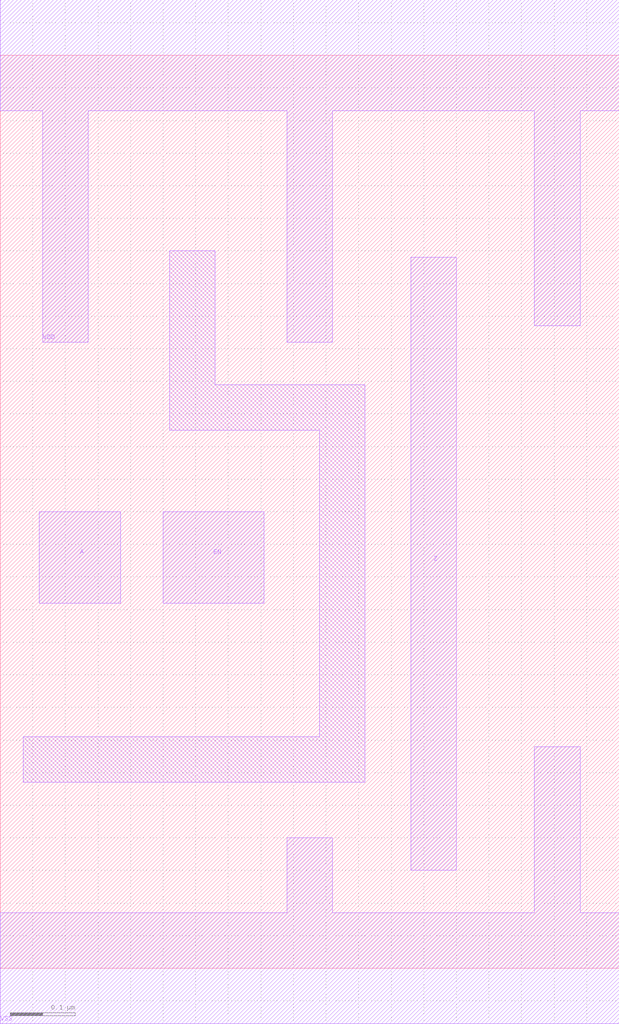
<source format=lef>
# 
# ******************************************************************************
# *                                                                            *
# *                   Copyright (C) 2004-2011, Nangate Inc.                    *
# *                           All rights reserved.                             *
# *                                                                            *
# * Nangate and the Nangate logo are trademarks of Nangate Inc.                *
# *                                                                            *
# * All trademarks, logos, software marks, and trade names (collectively the   *
# * "Marks") in this program are proprietary to Nangate or other respective    *
# * owners that have granted Nangate the right and license to use such Marks.  *
# * You are not permitted to use the Marks without the prior written consent   *
# * of Nangate or such third party that may own the Marks.                     *
# *                                                                            *
# * This file has been provided pursuant to a License Agreement containing     *
# * restrictions on its use. This file contains valuable trade secrets and     *
# * proprietary information of Nangate Inc., and is protected by U.S. and      *
# * international laws and/or treaties.                                        *
# *                                                                            *
# * The copyright notice(s) in this file does not indicate actual or intended  *
# * publication of this file.                                                  *
# *                                                                            *
# *     NGLibraryCreator, v2010.08-HR32-SP3-2010-08-05 - build 1009061800      *
# *                                                                            *
# ******************************************************************************
# 
# 
# Running on server08.nangate.com for user Giancarlo Franciscatto (gfr).
# Local time is now Thu, 6 Jan 2011, 18:10:28.
# Main process id is 3320.

VERSION 5.6 ;
BUSBITCHARS "[]" ;
DIVIDERCHAR "/" ;

MACRO ISO_FENCE0N_X4
  CLASS core ;
  FOREIGN ISO_FENCE0N_X4 0.0 0.0 ;
  ORIGIN 0 0 ;
  SYMMETRY X Y ;
  SITE FreePDK45_38x28_10R_NP_162NW_34O ;
  SIZE 0.95 BY 1.4 ;
  PIN A
    DIRECTION INPUT ;
    ANTENNAPARTIALMETALAREA 0.0175 LAYER metal1 ;
    ANTENNAPARTIALMETALSIDEAREA 0.0689 LAYER metal1 ;
    ANTENNAGATEAREA 0.0365 ;
    PORT
      LAYER metal1 ;
        POLYGON 0.06 0.56 0.185 0.56 0.185 0.7 0.06 0.7  ;
    END
  END A
  PIN EN
    DIRECTION INPUT ;
    ANTENNAPARTIALMETALAREA 0.0217 LAYER metal1 ;
    ANTENNAPARTIALMETALSIDEAREA 0.0767 LAYER metal1 ;
    ANTENNAGATEAREA 0.0365 ;
    PORT
      LAYER metal1 ;
        POLYGON 0.25 0.56 0.405 0.56 0.405 0.7 0.25 0.7  ;
    END
  END EN
  PIN Z
    DIRECTION OUTPUT ;
    ANTENNAPARTIALMETALAREA 0.0658 LAYER metal1 ;
    ANTENNAPARTIALMETALSIDEAREA 0.2626 LAYER metal1 ;
    ANTENNADIFFAREA 0.1008 ;
    PORT
      LAYER metal1 ;
        POLYGON 0.63 0.15 0.7 0.15 0.7 1.09 0.63 1.09  ;
    END
  END Z
  PIN VDD
    DIRECTION INOUT ;
    USE power ;
    SHAPE ABUTMENT ;
    PORT
      LAYER metal1 ;
        POLYGON 0 1.315 0.065 1.315 0.065 0.96 0.135 0.96 0.135 1.315 0.44 1.315 0.44 0.96 0.51 0.96 0.51 1.315 0.56 1.315 0.82 1.315 0.82 0.985 0.89 0.985 0.89 1.315 0.95 1.315 0.95 1.485 0.56 1.485 0 1.485  ;
    END
  END VDD
  PIN VSS
    DIRECTION INOUT ;
    USE ground ;
    SHAPE ABUTMENT ;
    PORT
      LAYER metal1 ;
        POLYGON 0 -0.085 0.95 -0.085 0.95 0.085 0.89 0.085 0.89 0.34 0.82 0.34 0.82 0.085 0.51 0.085 0.51 0.2 0.44 0.2 0.44 0.085 0 0.085  ;
    END
  END VSS
  OBS
      LAYER metal1 ;
        POLYGON 0.26 0.825 0.49 0.825 0.49 0.355 0.035 0.355 0.035 0.285 0.56 0.285 0.56 0.895 0.33 0.895 0.33 1.1 0.26 1.1  ;
  END
END ISO_FENCE0N_X4

END LIBRARY
#
# End of file
#

</source>
